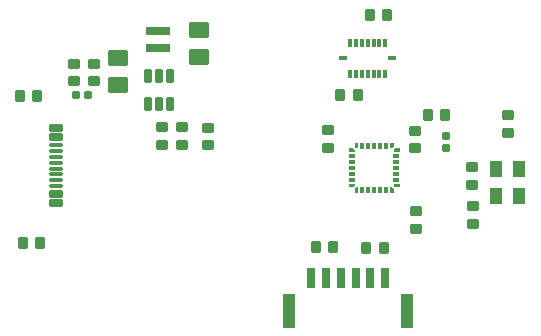
<source format=gbr>
%TF.GenerationSoftware,Altium Limited,Altium Designer,25.7.1 (20)*%
G04 Layer_Color=8421504*
%FSLAX45Y45*%
%MOMM*%
%TF.SameCoordinates,8071C31C-8A66-4455-A033-DC46DB2AE162*%
%TF.FilePolarity,Positive*%
%TF.FileFunction,Paste,Top*%
%TF.Part,Single*%
G01*
G75*
%TA.AperFunction,TestPad*%
G04:AMPARAMS|DCode=12|XSize=0.3mm|YSize=1.15mm|CornerRadius=0.0375mm|HoleSize=0mm|Usage=FLASHONLY|Rotation=270.000|XOffset=0mm|YOffset=0mm|HoleType=Round|Shape=RoundedRectangle|*
%AMROUNDEDRECTD12*
21,1,0.30000,1.07500,0,0,270.0*
21,1,0.22500,1.15000,0,0,270.0*
1,1,0.07500,-0.53750,-0.11250*
1,1,0.07500,-0.53750,0.11250*
1,1,0.07500,0.53750,0.11250*
1,1,0.07500,0.53750,-0.11250*
%
%ADD12ROUNDEDRECTD12*%
G04:AMPARAMS|DCode=13|XSize=0.6mm|YSize=1.15mm|CornerRadius=0.075mm|HoleSize=0mm|Usage=FLASHONLY|Rotation=270.000|XOffset=0mm|YOffset=0mm|HoleType=Round|Shape=RoundedRectangle|*
%AMROUNDEDRECTD13*
21,1,0.60000,1.00000,0,0,270.0*
21,1,0.45000,1.15000,0,0,270.0*
1,1,0.15000,-0.50000,-0.22500*
1,1,0.15000,-0.50000,0.22500*
1,1,0.15000,0.50000,0.22500*
1,1,0.15000,0.50000,-0.22500*
%
%ADD13ROUNDEDRECTD13*%
%TA.AperFunction,ConnectorPad*%
G04:AMPARAMS|DCode=14|XSize=0.8mm|YSize=1mm|CornerRadius=0.1mm|HoleSize=0mm|Usage=FLASHONLY|Rotation=180.000|XOffset=0mm|YOffset=0mm|HoleType=Round|Shape=RoundedRectangle|*
%AMROUNDEDRECTD14*
21,1,0.80000,0.80000,0,0,180.0*
21,1,0.60000,1.00000,0,0,180.0*
1,1,0.20000,-0.30000,0.40000*
1,1,0.20000,0.30000,0.40000*
1,1,0.20000,0.30000,-0.40000*
1,1,0.20000,-0.30000,-0.40000*
%
%ADD14ROUNDEDRECTD14*%
%TA.AperFunction,SMDPad,CuDef*%
G04:AMPARAMS|DCode=15|XSize=0.6mm|YSize=0.7mm|CornerRadius=0.075mm|HoleSize=0mm|Usage=FLASHONLY|Rotation=0.000|XOffset=0mm|YOffset=0mm|HoleType=Round|Shape=RoundedRectangle|*
%AMROUNDEDRECTD15*
21,1,0.60000,0.55000,0,0,0.0*
21,1,0.45000,0.70000,0,0,0.0*
1,1,0.15000,0.22500,-0.27500*
1,1,0.15000,-0.22500,-0.27500*
1,1,0.15000,-0.22500,0.27500*
1,1,0.15000,0.22500,0.27500*
%
%ADD15ROUNDEDRECTD15*%
G04:AMPARAMS|DCode=16|XSize=0.8mm|YSize=1mm|CornerRadius=0.1mm|HoleSize=0mm|Usage=FLASHONLY|Rotation=270.000|XOffset=0mm|YOffset=0mm|HoleType=Round|Shape=RoundedRectangle|*
%AMROUNDEDRECTD16*
21,1,0.80000,0.80000,0,0,270.0*
21,1,0.60000,1.00000,0,0,270.0*
1,1,0.20000,-0.40000,-0.30000*
1,1,0.20000,-0.40000,0.30000*
1,1,0.20000,0.40000,0.30000*
1,1,0.20000,0.40000,-0.30000*
%
%ADD16ROUNDEDRECTD16*%
G04:AMPARAMS|DCode=17|XSize=0.6mm|YSize=1.2mm|CornerRadius=0.075mm|HoleSize=0mm|Usage=FLASHONLY|Rotation=180.000|XOffset=0mm|YOffset=0mm|HoleType=Round|Shape=RoundedRectangle|*
%AMROUNDEDRECTD17*
21,1,0.60000,1.05000,0,0,180.0*
21,1,0.45000,1.20000,0,0,180.0*
1,1,0.15000,-0.22500,0.52500*
1,1,0.15000,0.22500,0.52500*
1,1,0.15000,0.22500,-0.52500*
1,1,0.15000,-0.22500,-0.52500*
%
%ADD17ROUNDEDRECTD17*%
G04:AMPARAMS|DCode=18|XSize=1.4mm|YSize=1.7mm|CornerRadius=0.175mm|HoleSize=0mm|Usage=FLASHONLY|Rotation=270.000|XOffset=0mm|YOffset=0mm|HoleType=Round|Shape=RoundedRectangle|*
%AMROUNDEDRECTD18*
21,1,1.40000,1.35000,0,0,270.0*
21,1,1.05000,1.70000,0,0,270.0*
1,1,0.35000,-0.67500,-0.52500*
1,1,0.35000,-0.67500,0.52500*
1,1,0.35000,0.67500,0.52500*
1,1,0.35000,0.67500,-0.52500*
%
%ADD18ROUNDEDRECTD18*%
G04:AMPARAMS|DCode=19|XSize=0.8mm|YSize=1mm|CornerRadius=0.1mm|HoleSize=0mm|Usage=FLASHONLY|Rotation=0.000|XOffset=0mm|YOffset=0mm|HoleType=Round|Shape=RoundedRectangle|*
%AMROUNDEDRECTD19*
21,1,0.80000,0.80000,0,0,0.0*
21,1,0.60000,1.00000,0,0,0.0*
1,1,0.20000,0.30000,-0.40000*
1,1,0.20000,-0.30000,-0.40000*
1,1,0.20000,-0.30000,0.40000*
1,1,0.20000,0.30000,0.40000*
%
%ADD19ROUNDEDRECTD19*%
%TA.AperFunction,ConnectorPad*%
%ADD20R,0.65000X1.70000*%
%ADD21R,1.00000X2.90000*%
%TA.AperFunction,SMDPad,CuDef*%
G04:AMPARAMS|DCode=22|XSize=0.6mm|YSize=0.7mm|CornerRadius=0.075mm|HoleSize=0mm|Usage=FLASHONLY|Rotation=270.000|XOffset=0mm|YOffset=0mm|HoleType=Round|Shape=RoundedRectangle|*
%AMROUNDEDRECTD22*
21,1,0.60000,0.55000,0,0,270.0*
21,1,0.45000,0.70000,0,0,270.0*
1,1,0.15000,-0.27500,-0.22500*
1,1,0.15000,-0.27500,0.22500*
1,1,0.15000,0.27500,0.22500*
1,1,0.15000,0.27500,-0.22500*
%
%ADD22ROUNDEDRECTD22*%
G04:AMPARAMS|DCode=23|XSize=1.3mm|YSize=1.1mm|CornerRadius=0.055mm|HoleSize=0mm|Usage=FLASHONLY|Rotation=90.000|XOffset=0mm|YOffset=0mm|HoleType=Round|Shape=RoundedRectangle|*
%AMROUNDEDRECTD23*
21,1,1.30000,0.99000,0,0,90.0*
21,1,1.19000,1.10000,0,0,90.0*
1,1,0.11000,0.49500,0.59500*
1,1,0.11000,0.49500,-0.59500*
1,1,0.11000,-0.49500,-0.59500*
1,1,0.11000,-0.49500,0.59500*
%
%ADD23ROUNDEDRECTD23*%
%ADD24R,0.30000X0.75000*%
%ADD25R,0.75000X0.30000*%
%ADD26R,2.00000X0.70000*%
%ADD27R,0.25000X0.30000*%
%ADD28R,0.30000X0.25000*%
%ADD29R,0.55000X0.30000*%
%ADD30R,0.30000X0.55000*%
G36*
X635000Y-170500D02*
X620500Y-185000D01*
X585000D01*
Y-155000D01*
X635000D01*
Y-170500D01*
D02*
G37*
G36*
X665000Y-235000D02*
X635000D01*
Y-199500D01*
X649500Y-185000D01*
X665000D01*
Y-235000D01*
D02*
G37*
G36*
Y145000D02*
X649500D01*
X635000Y159500D01*
Y195000D01*
X665000D01*
Y145000D01*
D02*
G37*
G36*
X635000Y130500D02*
Y115000D01*
X585000D01*
Y145000D01*
X620500D01*
X635000Y130500D01*
D02*
G37*
G36*
X1015000Y-185000D02*
X979500D01*
X965000Y-170500D01*
Y-155000D01*
X1015000D01*
Y-185000D01*
D02*
G37*
G36*
X965000Y-199500D02*
Y-235000D01*
X935000D01*
Y-185000D01*
X950500D01*
X965000Y-199500D01*
D02*
G37*
G36*
Y159500D02*
X950500Y145000D01*
X935000D01*
Y195000D01*
X965000D01*
Y159500D01*
D02*
G37*
G36*
X1015000Y115000D02*
X965000D01*
Y130500D01*
X979500Y145000D01*
X1015000D01*
Y115000D01*
D02*
G37*
D12*
X-1894250Y-175000D02*
D03*
Y25000D02*
D03*
Y-25000D02*
D03*
Y-75000D02*
D03*
Y75000D02*
D03*
Y125000D02*
D03*
Y175000D02*
D03*
Y-125000D02*
D03*
D13*
Y-240000D02*
D03*
Y240000D02*
D03*
Y-320000D02*
D03*
Y320000D02*
D03*
D14*
X762500Y1275000D02*
D03*
X912500D02*
D03*
D15*
X-1722500Y600000D02*
D03*
X-1622500D02*
D03*
D16*
X-1570000Y712500D02*
D03*
X-1742500D02*
D03*
X1930000Y425000D02*
D03*
Y275000D02*
D03*
X-1570000Y862500D02*
D03*
X-997500Y327500D02*
D03*
Y177500D02*
D03*
X407500Y150000D02*
D03*
Y300000D02*
D03*
X-822500Y325000D02*
D03*
Y175000D02*
D03*
X1640000Y-495000D02*
D03*
Y-345000D02*
D03*
X-607500Y322500D02*
D03*
Y172500D02*
D03*
X1157500Y-387500D02*
D03*
Y-537500D02*
D03*
X1150000Y145000D02*
D03*
Y295000D02*
D03*
X1633000Y-12500D02*
D03*
Y-162500D02*
D03*
X-1742500Y862500D02*
D03*
D17*
X-1115000Y520000D02*
D03*
X-925000Y760000D02*
D03*
X-1115000D02*
D03*
X-1020000Y520000D02*
D03*
Y760000D02*
D03*
X-925000Y520000D02*
D03*
D18*
X-1367500Y683200D02*
D03*
Y911800D02*
D03*
X-680000Y1146800D02*
D03*
Y918200D02*
D03*
D19*
X665000Y600000D02*
D03*
X515000D02*
D03*
X735000Y-700000D02*
D03*
X885000D02*
D03*
X-2175000Y-657500D02*
D03*
X-2025000D02*
D03*
X455000Y-690000D02*
D03*
X305000D02*
D03*
X-2200000Y590000D02*
D03*
X-2050000D02*
D03*
X1402500Y432500D02*
D03*
X1252500D02*
D03*
D20*
X767500Y-950000D02*
D03*
X517500D02*
D03*
X267500D02*
D03*
X642500D02*
D03*
X892500D02*
D03*
X392500D02*
D03*
D21*
X82500Y-1230000D02*
D03*
X1077500D02*
D03*
D22*
X1412500Y147500D02*
D03*
Y247500D02*
D03*
D23*
X1835000Y-25000D02*
D03*
X2025000Y-255000D02*
D03*
Y-25000D02*
D03*
X1835000Y-255000D02*
D03*
D24*
X595000Y1037500D02*
D03*
X795000D02*
D03*
X895000Y777500D02*
D03*
X845000D02*
D03*
X745000D02*
D03*
X695000D02*
D03*
X645000D02*
D03*
X595000D02*
D03*
X695000Y1037500D02*
D03*
X795000Y777500D02*
D03*
X895000Y1037500D02*
D03*
X845000D02*
D03*
X645000D02*
D03*
X745000D02*
D03*
D25*
X950000Y907500D02*
D03*
X540000D02*
D03*
D26*
X-1030000Y997500D02*
D03*
Y1142500D02*
D03*
D27*
X650000Y175000D02*
D03*
X950000D02*
D03*
X650000Y-215000D02*
D03*
X950000D02*
D03*
D28*
X995000Y130000D02*
D03*
X605000D02*
D03*
X995000Y-170000D02*
D03*
X605000Y-170000D02*
D03*
D29*
X987500Y-70000D02*
D03*
Y30000D02*
D03*
Y80000D02*
D03*
X612500Y30000D02*
D03*
Y-70000D02*
D03*
Y-120000D02*
D03*
X987500Y-20000D02*
D03*
Y-120000D02*
D03*
X612500Y-20000D02*
D03*
Y80000D02*
D03*
D30*
X900000Y167500D02*
D03*
X850000D02*
D03*
X800000D02*
D03*
X750000D02*
D03*
X700000D02*
D03*
Y-207500D02*
D03*
X750000D02*
D03*
X800000D02*
D03*
X850000D02*
D03*
X900000D02*
D03*
%TF.MD5,0a543a35be14a17b531d35575c6d082c*%
M02*

</source>
